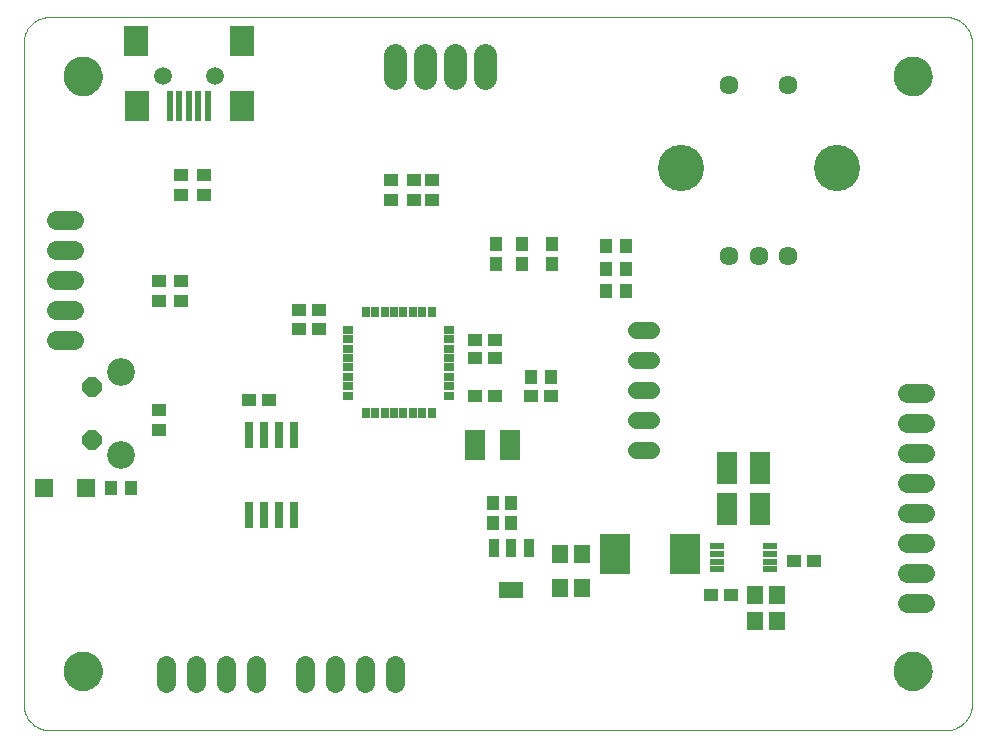
<source format=gts>
G75*
G70*
%OFA0B0*%
%FSLAX24Y24*%
%IPPOS*%
%LPD*%
%AMOC8*
5,1,8,0,0,1.08239X$1,22.5*
%
%ADD10C,0.0000*%
%ADD11C,0.1300*%
%ADD12R,0.0473X0.0434*%
%ADD13R,0.0434X0.0473*%
%ADD14C,0.0560*%
%ADD15R,0.0631X0.0631*%
%ADD16R,0.0355X0.0591*%
%ADD17R,0.0840X0.0540*%
%ADD18OC8,0.0640*%
%ADD19C,0.0925*%
%ADD20C,0.0594*%
%ADD21R,0.0827X0.1024*%
%ADD22R,0.0237X0.1024*%
%ADD23C,0.0634*%
%ADD24R,0.0375X0.0253*%
%ADD25R,0.0253X0.0375*%
%ADD26R,0.0670X0.0985*%
%ADD27R,0.0552X0.0631*%
%ADD28R,0.0473X0.0197*%
%ADD29R,0.0670X0.1103*%
%ADD30R,0.1024X0.1320*%
%ADD31C,0.0780*%
%ADD32C,0.0634*%
%ADD33C,0.1540*%
%ADD34R,0.0276X0.0906*%
D10*
X003197Y007660D02*
X033224Y007660D01*
X033281Y007666D01*
X033338Y007676D01*
X033394Y007690D01*
X033449Y007708D01*
X033503Y007729D01*
X033555Y007754D01*
X033605Y007783D01*
X033653Y007815D01*
X033699Y007850D01*
X033743Y007888D01*
X033783Y007928D01*
X033821Y007972D01*
X033856Y008018D01*
X033888Y008066D01*
X033917Y008116D01*
X033942Y008168D01*
X033963Y008222D01*
X033981Y008277D01*
X033995Y008333D01*
X034005Y008390D01*
X034011Y008447D01*
X034011Y030637D01*
X034011Y030638D02*
X034005Y030695D01*
X033995Y030752D01*
X033981Y030808D01*
X033963Y030863D01*
X033942Y030917D01*
X033917Y030969D01*
X033888Y031019D01*
X033856Y031067D01*
X033821Y031113D01*
X033783Y031157D01*
X033743Y031197D01*
X033699Y031235D01*
X033653Y031270D01*
X033605Y031302D01*
X033555Y031331D01*
X033503Y031356D01*
X033449Y031377D01*
X033394Y031395D01*
X033338Y031409D01*
X033281Y031419D01*
X033224Y031425D01*
X003197Y031425D01*
X003140Y031419D01*
X003083Y031409D01*
X003027Y031395D01*
X002972Y031377D01*
X002918Y031356D01*
X002866Y031331D01*
X002816Y031302D01*
X002768Y031270D01*
X002722Y031235D01*
X002678Y031197D01*
X002638Y031157D01*
X002600Y031113D01*
X002565Y031067D01*
X002533Y031019D01*
X002504Y030969D01*
X002479Y030917D01*
X002458Y030863D01*
X002440Y030808D01*
X002426Y030752D01*
X002416Y030695D01*
X002410Y030638D01*
X002410Y030637D02*
X002410Y008447D01*
X002416Y008390D01*
X002426Y008333D01*
X002440Y008277D01*
X002458Y008222D01*
X002479Y008168D01*
X002504Y008116D01*
X002533Y008066D01*
X002565Y008018D01*
X002600Y007972D01*
X002638Y007928D01*
X002678Y007888D01*
X002722Y007850D01*
X002768Y007815D01*
X002816Y007783D01*
X002866Y007754D01*
X002918Y007729D01*
X002972Y007708D01*
X003027Y007690D01*
X003083Y007676D01*
X003140Y007666D01*
X003197Y007660D01*
X003749Y009629D02*
X003751Y009679D01*
X003757Y009729D01*
X003767Y009778D01*
X003781Y009826D01*
X003798Y009873D01*
X003819Y009918D01*
X003844Y009962D01*
X003872Y010003D01*
X003904Y010042D01*
X003938Y010079D01*
X003975Y010113D01*
X004015Y010143D01*
X004057Y010170D01*
X004101Y010194D01*
X004147Y010215D01*
X004194Y010231D01*
X004242Y010244D01*
X004292Y010253D01*
X004341Y010258D01*
X004392Y010259D01*
X004442Y010256D01*
X004491Y010249D01*
X004540Y010238D01*
X004588Y010223D01*
X004634Y010205D01*
X004679Y010183D01*
X004722Y010157D01*
X004763Y010128D01*
X004802Y010096D01*
X004838Y010061D01*
X004870Y010023D01*
X004900Y009983D01*
X004927Y009940D01*
X004950Y009896D01*
X004969Y009850D01*
X004985Y009802D01*
X004997Y009753D01*
X005005Y009704D01*
X005009Y009654D01*
X005009Y009604D01*
X005005Y009554D01*
X004997Y009505D01*
X004985Y009456D01*
X004969Y009408D01*
X004950Y009362D01*
X004927Y009318D01*
X004900Y009275D01*
X004870Y009235D01*
X004838Y009197D01*
X004802Y009162D01*
X004763Y009130D01*
X004722Y009101D01*
X004679Y009075D01*
X004634Y009053D01*
X004588Y009035D01*
X004540Y009020D01*
X004491Y009009D01*
X004442Y009002D01*
X004392Y008999D01*
X004341Y009000D01*
X004292Y009005D01*
X004242Y009014D01*
X004194Y009027D01*
X004147Y009043D01*
X004101Y009064D01*
X004057Y009088D01*
X004015Y009115D01*
X003975Y009145D01*
X003938Y009179D01*
X003904Y009216D01*
X003872Y009255D01*
X003844Y009296D01*
X003819Y009340D01*
X003798Y009385D01*
X003781Y009432D01*
X003767Y009480D01*
X003757Y009529D01*
X003751Y009579D01*
X003749Y009629D01*
X003749Y029456D02*
X003751Y029506D01*
X003757Y029556D01*
X003767Y029605D01*
X003781Y029653D01*
X003798Y029700D01*
X003819Y029745D01*
X003844Y029789D01*
X003872Y029830D01*
X003904Y029869D01*
X003938Y029906D01*
X003975Y029940D01*
X004015Y029970D01*
X004057Y029997D01*
X004101Y030021D01*
X004147Y030042D01*
X004194Y030058D01*
X004242Y030071D01*
X004292Y030080D01*
X004341Y030085D01*
X004392Y030086D01*
X004442Y030083D01*
X004491Y030076D01*
X004540Y030065D01*
X004588Y030050D01*
X004634Y030032D01*
X004679Y030010D01*
X004722Y029984D01*
X004763Y029955D01*
X004802Y029923D01*
X004838Y029888D01*
X004870Y029850D01*
X004900Y029810D01*
X004927Y029767D01*
X004950Y029723D01*
X004969Y029677D01*
X004985Y029629D01*
X004997Y029580D01*
X005005Y029531D01*
X005009Y029481D01*
X005009Y029431D01*
X005005Y029381D01*
X004997Y029332D01*
X004985Y029283D01*
X004969Y029235D01*
X004950Y029189D01*
X004927Y029145D01*
X004900Y029102D01*
X004870Y029062D01*
X004838Y029024D01*
X004802Y028989D01*
X004763Y028957D01*
X004722Y028928D01*
X004679Y028902D01*
X004634Y028880D01*
X004588Y028862D01*
X004540Y028847D01*
X004491Y028836D01*
X004442Y028829D01*
X004392Y028826D01*
X004341Y028827D01*
X004292Y028832D01*
X004242Y028841D01*
X004194Y028854D01*
X004147Y028870D01*
X004101Y028891D01*
X004057Y028915D01*
X004015Y028942D01*
X003975Y028972D01*
X003938Y029006D01*
X003904Y029043D01*
X003872Y029082D01*
X003844Y029123D01*
X003819Y029167D01*
X003798Y029212D01*
X003781Y029259D01*
X003767Y029307D01*
X003757Y029356D01*
X003751Y029406D01*
X003749Y029456D01*
X031413Y029456D02*
X031415Y029506D01*
X031421Y029556D01*
X031431Y029605D01*
X031445Y029653D01*
X031462Y029700D01*
X031483Y029745D01*
X031508Y029789D01*
X031536Y029830D01*
X031568Y029869D01*
X031602Y029906D01*
X031639Y029940D01*
X031679Y029970D01*
X031721Y029997D01*
X031765Y030021D01*
X031811Y030042D01*
X031858Y030058D01*
X031906Y030071D01*
X031956Y030080D01*
X032005Y030085D01*
X032056Y030086D01*
X032106Y030083D01*
X032155Y030076D01*
X032204Y030065D01*
X032252Y030050D01*
X032298Y030032D01*
X032343Y030010D01*
X032386Y029984D01*
X032427Y029955D01*
X032466Y029923D01*
X032502Y029888D01*
X032534Y029850D01*
X032564Y029810D01*
X032591Y029767D01*
X032614Y029723D01*
X032633Y029677D01*
X032649Y029629D01*
X032661Y029580D01*
X032669Y029531D01*
X032673Y029481D01*
X032673Y029431D01*
X032669Y029381D01*
X032661Y029332D01*
X032649Y029283D01*
X032633Y029235D01*
X032614Y029189D01*
X032591Y029145D01*
X032564Y029102D01*
X032534Y029062D01*
X032502Y029024D01*
X032466Y028989D01*
X032427Y028957D01*
X032386Y028928D01*
X032343Y028902D01*
X032298Y028880D01*
X032252Y028862D01*
X032204Y028847D01*
X032155Y028836D01*
X032106Y028829D01*
X032056Y028826D01*
X032005Y028827D01*
X031956Y028832D01*
X031906Y028841D01*
X031858Y028854D01*
X031811Y028870D01*
X031765Y028891D01*
X031721Y028915D01*
X031679Y028942D01*
X031639Y028972D01*
X031602Y029006D01*
X031568Y029043D01*
X031536Y029082D01*
X031508Y029123D01*
X031483Y029167D01*
X031462Y029212D01*
X031445Y029259D01*
X031431Y029307D01*
X031421Y029356D01*
X031415Y029406D01*
X031413Y029456D01*
X031413Y009629D02*
X031415Y009679D01*
X031421Y009729D01*
X031431Y009778D01*
X031445Y009826D01*
X031462Y009873D01*
X031483Y009918D01*
X031508Y009962D01*
X031536Y010003D01*
X031568Y010042D01*
X031602Y010079D01*
X031639Y010113D01*
X031679Y010143D01*
X031721Y010170D01*
X031765Y010194D01*
X031811Y010215D01*
X031858Y010231D01*
X031906Y010244D01*
X031956Y010253D01*
X032005Y010258D01*
X032056Y010259D01*
X032106Y010256D01*
X032155Y010249D01*
X032204Y010238D01*
X032252Y010223D01*
X032298Y010205D01*
X032343Y010183D01*
X032386Y010157D01*
X032427Y010128D01*
X032466Y010096D01*
X032502Y010061D01*
X032534Y010023D01*
X032564Y009983D01*
X032591Y009940D01*
X032614Y009896D01*
X032633Y009850D01*
X032649Y009802D01*
X032661Y009753D01*
X032669Y009704D01*
X032673Y009654D01*
X032673Y009604D01*
X032669Y009554D01*
X032661Y009505D01*
X032649Y009456D01*
X032633Y009408D01*
X032614Y009362D01*
X032591Y009318D01*
X032564Y009275D01*
X032534Y009235D01*
X032502Y009197D01*
X032466Y009162D01*
X032427Y009130D01*
X032386Y009101D01*
X032343Y009075D01*
X032298Y009053D01*
X032252Y009035D01*
X032204Y009020D01*
X032155Y009009D01*
X032106Y009002D01*
X032056Y008999D01*
X032005Y009000D01*
X031956Y009005D01*
X031906Y009014D01*
X031858Y009027D01*
X031811Y009043D01*
X031765Y009064D01*
X031721Y009088D01*
X031679Y009115D01*
X031639Y009145D01*
X031602Y009179D01*
X031568Y009216D01*
X031536Y009255D01*
X031508Y009296D01*
X031483Y009340D01*
X031462Y009385D01*
X031445Y009432D01*
X031431Y009480D01*
X031421Y009529D01*
X031415Y009579D01*
X031413Y009629D01*
D11*
X032043Y009629D03*
X032043Y029456D03*
X004379Y029456D03*
X004379Y009629D03*
D12*
X006910Y017650D03*
X006910Y018320D03*
X009919Y018660D03*
X010588Y018660D03*
X011575Y021020D03*
X011575Y021660D03*
X012245Y021660D03*
X012245Y021020D03*
X007660Y021950D03*
X007660Y022620D03*
X006910Y022620D03*
X006910Y021950D03*
X007660Y025513D03*
X007660Y026182D03*
X008410Y026182D03*
X008410Y025513D03*
X014660Y025325D03*
X014660Y025995D03*
X015410Y025995D03*
X016035Y025995D03*
X016035Y025325D03*
X015410Y025325D03*
X017450Y020660D03*
X017450Y020066D03*
X018120Y020066D03*
X018120Y020660D03*
X018120Y018801D03*
X017450Y018801D03*
X019322Y018801D03*
X019991Y018801D03*
X025325Y012160D03*
X025995Y012160D03*
X028075Y013285D03*
X028745Y013285D03*
D13*
X019978Y019426D03*
X019309Y019426D03*
X021825Y022285D03*
X021825Y023035D03*
X022495Y023035D03*
X022495Y022285D03*
X022495Y023785D03*
X021825Y023785D03*
X020035Y023870D03*
X020035Y023200D03*
X019035Y023200D03*
X019035Y023870D03*
X018160Y023870D03*
X018160Y023200D03*
X018066Y015245D03*
X018660Y015245D03*
X018660Y014575D03*
X018066Y014575D03*
X005995Y015735D03*
X005325Y015735D03*
D14*
X022815Y016988D02*
X023335Y016988D01*
X023335Y017988D02*
X022815Y017988D01*
X022815Y018988D02*
X023335Y018988D01*
X023335Y019988D02*
X022815Y019988D01*
X022815Y020988D02*
X023335Y020988D01*
D15*
X004474Y015735D03*
X003096Y015735D03*
D16*
X018070Y013740D03*
X018660Y013740D03*
X019250Y013740D03*
D17*
X018660Y012340D03*
D18*
X004670Y017320D03*
X004670Y019100D03*
D19*
X005650Y019590D03*
X005650Y016830D03*
D20*
X007044Y029460D03*
X008776Y029460D03*
D21*
X009682Y028476D03*
X009682Y030641D03*
X006138Y030641D03*
X006178Y028476D03*
D22*
X007280Y028476D03*
X007595Y028476D03*
X007910Y028476D03*
X008225Y028476D03*
X008540Y028476D03*
D23*
X004082Y024660D02*
X003488Y024660D01*
X003488Y023660D02*
X004082Y023660D01*
X004082Y022660D02*
X003488Y022660D01*
X003488Y021660D02*
X004082Y021660D01*
X004082Y020660D02*
X003488Y020660D01*
X007160Y009832D02*
X007160Y009238D01*
X008160Y009238D02*
X008160Y009832D01*
X009160Y009832D02*
X009160Y009238D01*
X010160Y009238D02*
X010160Y009832D01*
X011785Y009832D02*
X011785Y009238D01*
X012785Y009238D02*
X012785Y009832D01*
X013785Y009832D02*
X013785Y009238D01*
X014785Y009238D02*
X014785Y009832D01*
X031863Y011910D02*
X032457Y011910D01*
X032457Y012910D02*
X031863Y012910D01*
X031863Y013910D02*
X032457Y013910D01*
X032457Y014910D02*
X031863Y014910D01*
X031863Y015910D02*
X032457Y015910D01*
X032457Y016910D02*
X031863Y016910D01*
X031863Y017910D02*
X032457Y017910D01*
X032457Y018910D02*
X031863Y018910D01*
D24*
X016593Y018808D03*
X016593Y019123D03*
X016593Y019438D03*
X016593Y019753D03*
X016593Y020067D03*
X016593Y020379D03*
X016593Y020693D03*
X016593Y021008D03*
X013227Y021012D03*
X013227Y020697D03*
X013227Y020382D03*
X013227Y020067D03*
X013227Y019753D03*
X013227Y019438D03*
X013227Y019123D03*
X013227Y018808D03*
D25*
X013808Y018227D03*
X014123Y018227D03*
X014438Y018227D03*
X014753Y018227D03*
X015067Y018227D03*
X015382Y018227D03*
X015697Y018227D03*
X016012Y018227D03*
X016012Y021593D03*
X015697Y021593D03*
X015382Y021593D03*
X015067Y021593D03*
X014753Y021593D03*
X014438Y021593D03*
X014123Y021593D03*
X013808Y021593D03*
D26*
X017444Y017160D03*
X018626Y017160D03*
D27*
X020286Y013535D03*
X021034Y013535D03*
X021034Y012410D03*
X020286Y012410D03*
X026786Y012160D03*
X027534Y012160D03*
X027534Y011285D03*
X026786Y011285D03*
D28*
X027296Y013026D03*
X027296Y013282D03*
X027296Y013538D03*
X027296Y013794D03*
X025524Y013794D03*
X025524Y013538D03*
X025524Y013282D03*
X025524Y013026D03*
D29*
X025859Y015035D03*
X026961Y015035D03*
X026961Y016410D03*
X025859Y016410D03*
D30*
X024466Y013535D03*
X022104Y013535D03*
D31*
X017785Y029415D02*
X017785Y030155D01*
X016785Y030155D02*
X016785Y029415D01*
X015785Y029415D02*
X015785Y030155D01*
X014785Y030155D02*
X014785Y029415D01*
D32*
X025926Y029166D03*
X027894Y029166D03*
X027894Y023457D03*
X026910Y023457D03*
X025926Y023457D03*
D33*
X024312Y026410D03*
X029508Y026410D03*
D34*
X011410Y017485D03*
X010910Y017485D03*
X010410Y017485D03*
X009910Y017485D03*
X009910Y014835D03*
X010410Y014835D03*
X010910Y014835D03*
X011410Y014835D03*
M02*

</source>
